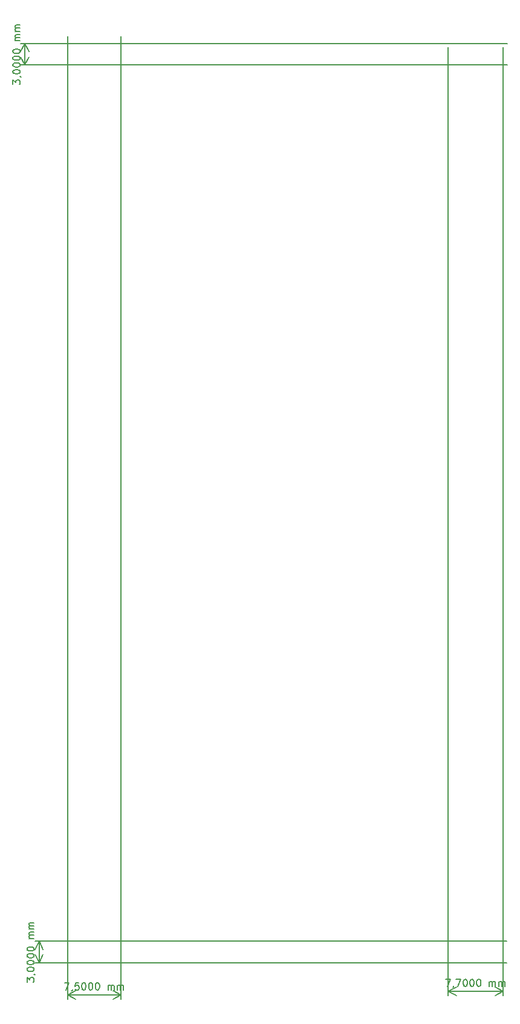
<source format=gbr>
%TF.GenerationSoftware,KiCad,Pcbnew,8.0.0*%
%TF.CreationDate,2024-05-14T17:12:12+02:00*%
%TF.ProjectId,VCO-3340-panel,56434f2d-3333-4343-902d-70616e656c2e,rev?*%
%TF.SameCoordinates,Original*%
%TF.FileFunction,Soldermask,Top*%
%TF.FilePolarity,Negative*%
%FSLAX46Y46*%
G04 Gerber Fmt 4.6, Leading zero omitted, Abs format (unit mm)*
G04 Created by KiCad (PCBNEW 8.0.0) date 2024-05-14 17:12:12*
%MOMM*%
%LPD*%
G01*
G04 APERTURE LIST*
%ADD10C,0.150000*%
G04 APERTURE END LIST*
D10*
X129560124Y-161010319D02*
X130226790Y-161010319D01*
X130226790Y-161010319D02*
X129798219Y-162010319D01*
X130655362Y-161962700D02*
X130655362Y-162010319D01*
X130655362Y-162010319D02*
X130607743Y-162105557D01*
X130607743Y-162105557D02*
X130560124Y-162153176D01*
X130988695Y-161010319D02*
X131655361Y-161010319D01*
X131655361Y-161010319D02*
X131226790Y-162010319D01*
X132226790Y-161010319D02*
X132322028Y-161010319D01*
X132322028Y-161010319D02*
X132417266Y-161057938D01*
X132417266Y-161057938D02*
X132464885Y-161105557D01*
X132464885Y-161105557D02*
X132512504Y-161200795D01*
X132512504Y-161200795D02*
X132560123Y-161391271D01*
X132560123Y-161391271D02*
X132560123Y-161629366D01*
X132560123Y-161629366D02*
X132512504Y-161819842D01*
X132512504Y-161819842D02*
X132464885Y-161915080D01*
X132464885Y-161915080D02*
X132417266Y-161962700D01*
X132417266Y-161962700D02*
X132322028Y-162010319D01*
X132322028Y-162010319D02*
X132226790Y-162010319D01*
X132226790Y-162010319D02*
X132131552Y-161962700D01*
X132131552Y-161962700D02*
X132083933Y-161915080D01*
X132083933Y-161915080D02*
X132036314Y-161819842D01*
X132036314Y-161819842D02*
X131988695Y-161629366D01*
X131988695Y-161629366D02*
X131988695Y-161391271D01*
X131988695Y-161391271D02*
X132036314Y-161200795D01*
X132036314Y-161200795D02*
X132083933Y-161105557D01*
X132083933Y-161105557D02*
X132131552Y-161057938D01*
X132131552Y-161057938D02*
X132226790Y-161010319D01*
X133179171Y-161010319D02*
X133274409Y-161010319D01*
X133274409Y-161010319D02*
X133369647Y-161057938D01*
X133369647Y-161057938D02*
X133417266Y-161105557D01*
X133417266Y-161105557D02*
X133464885Y-161200795D01*
X133464885Y-161200795D02*
X133512504Y-161391271D01*
X133512504Y-161391271D02*
X133512504Y-161629366D01*
X133512504Y-161629366D02*
X133464885Y-161819842D01*
X133464885Y-161819842D02*
X133417266Y-161915080D01*
X133417266Y-161915080D02*
X133369647Y-161962700D01*
X133369647Y-161962700D02*
X133274409Y-162010319D01*
X133274409Y-162010319D02*
X133179171Y-162010319D01*
X133179171Y-162010319D02*
X133083933Y-161962700D01*
X133083933Y-161962700D02*
X133036314Y-161915080D01*
X133036314Y-161915080D02*
X132988695Y-161819842D01*
X132988695Y-161819842D02*
X132941076Y-161629366D01*
X132941076Y-161629366D02*
X132941076Y-161391271D01*
X132941076Y-161391271D02*
X132988695Y-161200795D01*
X132988695Y-161200795D02*
X133036314Y-161105557D01*
X133036314Y-161105557D02*
X133083933Y-161057938D01*
X133083933Y-161057938D02*
X133179171Y-161010319D01*
X134131552Y-161010319D02*
X134226790Y-161010319D01*
X134226790Y-161010319D02*
X134322028Y-161057938D01*
X134322028Y-161057938D02*
X134369647Y-161105557D01*
X134369647Y-161105557D02*
X134417266Y-161200795D01*
X134417266Y-161200795D02*
X134464885Y-161391271D01*
X134464885Y-161391271D02*
X134464885Y-161629366D01*
X134464885Y-161629366D02*
X134417266Y-161819842D01*
X134417266Y-161819842D02*
X134369647Y-161915080D01*
X134369647Y-161915080D02*
X134322028Y-161962700D01*
X134322028Y-161962700D02*
X134226790Y-162010319D01*
X134226790Y-162010319D02*
X134131552Y-162010319D01*
X134131552Y-162010319D02*
X134036314Y-161962700D01*
X134036314Y-161962700D02*
X133988695Y-161915080D01*
X133988695Y-161915080D02*
X133941076Y-161819842D01*
X133941076Y-161819842D02*
X133893457Y-161629366D01*
X133893457Y-161629366D02*
X133893457Y-161391271D01*
X133893457Y-161391271D02*
X133941076Y-161200795D01*
X133941076Y-161200795D02*
X133988695Y-161105557D01*
X133988695Y-161105557D02*
X134036314Y-161057938D01*
X134036314Y-161057938D02*
X134131552Y-161010319D01*
X135655362Y-162010319D02*
X135655362Y-161343652D01*
X135655362Y-161438890D02*
X135702981Y-161391271D01*
X135702981Y-161391271D02*
X135798219Y-161343652D01*
X135798219Y-161343652D02*
X135941076Y-161343652D01*
X135941076Y-161343652D02*
X136036314Y-161391271D01*
X136036314Y-161391271D02*
X136083933Y-161486509D01*
X136083933Y-161486509D02*
X136083933Y-162010319D01*
X136083933Y-161486509D02*
X136131552Y-161391271D01*
X136131552Y-161391271D02*
X136226790Y-161343652D01*
X136226790Y-161343652D02*
X136369647Y-161343652D01*
X136369647Y-161343652D02*
X136464886Y-161391271D01*
X136464886Y-161391271D02*
X136512505Y-161486509D01*
X136512505Y-161486509D02*
X136512505Y-162010319D01*
X136988695Y-162010319D02*
X136988695Y-161343652D01*
X136988695Y-161438890D02*
X137036314Y-161391271D01*
X137036314Y-161391271D02*
X137131552Y-161343652D01*
X137131552Y-161343652D02*
X137274409Y-161343652D01*
X137274409Y-161343652D02*
X137369647Y-161391271D01*
X137369647Y-161391271D02*
X137417266Y-161486509D01*
X137417266Y-161486509D02*
X137417266Y-162010319D01*
X137417266Y-161486509D02*
X137464885Y-161391271D01*
X137464885Y-161391271D02*
X137560123Y-161343652D01*
X137560123Y-161343652D02*
X137702980Y-161343652D01*
X137702980Y-161343652D02*
X137798219Y-161391271D01*
X137798219Y-161391271D02*
X137845838Y-161486509D01*
X137845838Y-161486509D02*
X137845838Y-162010319D01*
X129900600Y-30705500D02*
X129900600Y-163291920D01*
X137600600Y-30705500D02*
X137600600Y-163291920D01*
X129900600Y-162705500D02*
X137600600Y-162705500D01*
X129900600Y-162705500D02*
X137600600Y-162705500D01*
X129900600Y-162705500D02*
X131027104Y-162119079D01*
X129900600Y-162705500D02*
X131027104Y-163291921D01*
X137600600Y-162705500D02*
X136474096Y-163291921D01*
X137600600Y-162705500D02*
X136474096Y-162119079D01*
X76160124Y-161510319D02*
X76826790Y-161510319D01*
X76826790Y-161510319D02*
X76398219Y-162510319D01*
X77255362Y-162462700D02*
X77255362Y-162510319D01*
X77255362Y-162510319D02*
X77207743Y-162605557D01*
X77207743Y-162605557D02*
X77160124Y-162653176D01*
X78160123Y-161510319D02*
X77683933Y-161510319D01*
X77683933Y-161510319D02*
X77636314Y-161986509D01*
X77636314Y-161986509D02*
X77683933Y-161938890D01*
X77683933Y-161938890D02*
X77779171Y-161891271D01*
X77779171Y-161891271D02*
X78017266Y-161891271D01*
X78017266Y-161891271D02*
X78112504Y-161938890D01*
X78112504Y-161938890D02*
X78160123Y-161986509D01*
X78160123Y-161986509D02*
X78207742Y-162081747D01*
X78207742Y-162081747D02*
X78207742Y-162319842D01*
X78207742Y-162319842D02*
X78160123Y-162415080D01*
X78160123Y-162415080D02*
X78112504Y-162462700D01*
X78112504Y-162462700D02*
X78017266Y-162510319D01*
X78017266Y-162510319D02*
X77779171Y-162510319D01*
X77779171Y-162510319D02*
X77683933Y-162462700D01*
X77683933Y-162462700D02*
X77636314Y-162415080D01*
X78826790Y-161510319D02*
X78922028Y-161510319D01*
X78922028Y-161510319D02*
X79017266Y-161557938D01*
X79017266Y-161557938D02*
X79064885Y-161605557D01*
X79064885Y-161605557D02*
X79112504Y-161700795D01*
X79112504Y-161700795D02*
X79160123Y-161891271D01*
X79160123Y-161891271D02*
X79160123Y-162129366D01*
X79160123Y-162129366D02*
X79112504Y-162319842D01*
X79112504Y-162319842D02*
X79064885Y-162415080D01*
X79064885Y-162415080D02*
X79017266Y-162462700D01*
X79017266Y-162462700D02*
X78922028Y-162510319D01*
X78922028Y-162510319D02*
X78826790Y-162510319D01*
X78826790Y-162510319D02*
X78731552Y-162462700D01*
X78731552Y-162462700D02*
X78683933Y-162415080D01*
X78683933Y-162415080D02*
X78636314Y-162319842D01*
X78636314Y-162319842D02*
X78588695Y-162129366D01*
X78588695Y-162129366D02*
X78588695Y-161891271D01*
X78588695Y-161891271D02*
X78636314Y-161700795D01*
X78636314Y-161700795D02*
X78683933Y-161605557D01*
X78683933Y-161605557D02*
X78731552Y-161557938D01*
X78731552Y-161557938D02*
X78826790Y-161510319D01*
X79779171Y-161510319D02*
X79874409Y-161510319D01*
X79874409Y-161510319D02*
X79969647Y-161557938D01*
X79969647Y-161557938D02*
X80017266Y-161605557D01*
X80017266Y-161605557D02*
X80064885Y-161700795D01*
X80064885Y-161700795D02*
X80112504Y-161891271D01*
X80112504Y-161891271D02*
X80112504Y-162129366D01*
X80112504Y-162129366D02*
X80064885Y-162319842D01*
X80064885Y-162319842D02*
X80017266Y-162415080D01*
X80017266Y-162415080D02*
X79969647Y-162462700D01*
X79969647Y-162462700D02*
X79874409Y-162510319D01*
X79874409Y-162510319D02*
X79779171Y-162510319D01*
X79779171Y-162510319D02*
X79683933Y-162462700D01*
X79683933Y-162462700D02*
X79636314Y-162415080D01*
X79636314Y-162415080D02*
X79588695Y-162319842D01*
X79588695Y-162319842D02*
X79541076Y-162129366D01*
X79541076Y-162129366D02*
X79541076Y-161891271D01*
X79541076Y-161891271D02*
X79588695Y-161700795D01*
X79588695Y-161700795D02*
X79636314Y-161605557D01*
X79636314Y-161605557D02*
X79683933Y-161557938D01*
X79683933Y-161557938D02*
X79779171Y-161510319D01*
X80731552Y-161510319D02*
X80826790Y-161510319D01*
X80826790Y-161510319D02*
X80922028Y-161557938D01*
X80922028Y-161557938D02*
X80969647Y-161605557D01*
X80969647Y-161605557D02*
X81017266Y-161700795D01*
X81017266Y-161700795D02*
X81064885Y-161891271D01*
X81064885Y-161891271D02*
X81064885Y-162129366D01*
X81064885Y-162129366D02*
X81017266Y-162319842D01*
X81017266Y-162319842D02*
X80969647Y-162415080D01*
X80969647Y-162415080D02*
X80922028Y-162462700D01*
X80922028Y-162462700D02*
X80826790Y-162510319D01*
X80826790Y-162510319D02*
X80731552Y-162510319D01*
X80731552Y-162510319D02*
X80636314Y-162462700D01*
X80636314Y-162462700D02*
X80588695Y-162415080D01*
X80588695Y-162415080D02*
X80541076Y-162319842D01*
X80541076Y-162319842D02*
X80493457Y-162129366D01*
X80493457Y-162129366D02*
X80493457Y-161891271D01*
X80493457Y-161891271D02*
X80541076Y-161700795D01*
X80541076Y-161700795D02*
X80588695Y-161605557D01*
X80588695Y-161605557D02*
X80636314Y-161557938D01*
X80636314Y-161557938D02*
X80731552Y-161510319D01*
X82255362Y-162510319D02*
X82255362Y-161843652D01*
X82255362Y-161938890D02*
X82302981Y-161891271D01*
X82302981Y-161891271D02*
X82398219Y-161843652D01*
X82398219Y-161843652D02*
X82541076Y-161843652D01*
X82541076Y-161843652D02*
X82636314Y-161891271D01*
X82636314Y-161891271D02*
X82683933Y-161986509D01*
X82683933Y-161986509D02*
X82683933Y-162510319D01*
X82683933Y-161986509D02*
X82731552Y-161891271D01*
X82731552Y-161891271D02*
X82826790Y-161843652D01*
X82826790Y-161843652D02*
X82969647Y-161843652D01*
X82969647Y-161843652D02*
X83064886Y-161891271D01*
X83064886Y-161891271D02*
X83112505Y-161986509D01*
X83112505Y-161986509D02*
X83112505Y-162510319D01*
X83588695Y-162510319D02*
X83588695Y-161843652D01*
X83588695Y-161938890D02*
X83636314Y-161891271D01*
X83636314Y-161891271D02*
X83731552Y-161843652D01*
X83731552Y-161843652D02*
X83874409Y-161843652D01*
X83874409Y-161843652D02*
X83969647Y-161891271D01*
X83969647Y-161891271D02*
X84017266Y-161986509D01*
X84017266Y-161986509D02*
X84017266Y-162510319D01*
X84017266Y-161986509D02*
X84064885Y-161891271D01*
X84064885Y-161891271D02*
X84160123Y-161843652D01*
X84160123Y-161843652D02*
X84302980Y-161843652D01*
X84302980Y-161843652D02*
X84398219Y-161891271D01*
X84398219Y-161891271D02*
X84445838Y-161986509D01*
X84445838Y-161986509D02*
X84445838Y-162510319D01*
X76600600Y-29205500D02*
X76600600Y-163791920D01*
X84100600Y-29205500D02*
X84100600Y-163791920D01*
X76600600Y-163205500D02*
X84100600Y-163205500D01*
X76600600Y-163205500D02*
X84100600Y-163205500D01*
X76600600Y-163205500D02*
X77727104Y-162619079D01*
X76600600Y-163205500D02*
X77727104Y-163791921D01*
X84100600Y-163205500D02*
X82974096Y-163791921D01*
X84100600Y-163205500D02*
X82974096Y-162619079D01*
X70905419Y-161395975D02*
X70905419Y-160776928D01*
X70905419Y-160776928D02*
X71286371Y-161110261D01*
X71286371Y-161110261D02*
X71286371Y-160967404D01*
X71286371Y-160967404D02*
X71333990Y-160872166D01*
X71333990Y-160872166D02*
X71381609Y-160824547D01*
X71381609Y-160824547D02*
X71476847Y-160776928D01*
X71476847Y-160776928D02*
X71714942Y-160776928D01*
X71714942Y-160776928D02*
X71810180Y-160824547D01*
X71810180Y-160824547D02*
X71857800Y-160872166D01*
X71857800Y-160872166D02*
X71905419Y-160967404D01*
X71905419Y-160967404D02*
X71905419Y-161253118D01*
X71905419Y-161253118D02*
X71857800Y-161348356D01*
X71857800Y-161348356D02*
X71810180Y-161395975D01*
X71857800Y-160300737D02*
X71905419Y-160300737D01*
X71905419Y-160300737D02*
X72000657Y-160348356D01*
X72000657Y-160348356D02*
X72048276Y-160395975D01*
X70905419Y-159681690D02*
X70905419Y-159586452D01*
X70905419Y-159586452D02*
X70953038Y-159491214D01*
X70953038Y-159491214D02*
X71000657Y-159443595D01*
X71000657Y-159443595D02*
X71095895Y-159395976D01*
X71095895Y-159395976D02*
X71286371Y-159348357D01*
X71286371Y-159348357D02*
X71524466Y-159348357D01*
X71524466Y-159348357D02*
X71714942Y-159395976D01*
X71714942Y-159395976D02*
X71810180Y-159443595D01*
X71810180Y-159443595D02*
X71857800Y-159491214D01*
X71857800Y-159491214D02*
X71905419Y-159586452D01*
X71905419Y-159586452D02*
X71905419Y-159681690D01*
X71905419Y-159681690D02*
X71857800Y-159776928D01*
X71857800Y-159776928D02*
X71810180Y-159824547D01*
X71810180Y-159824547D02*
X71714942Y-159872166D01*
X71714942Y-159872166D02*
X71524466Y-159919785D01*
X71524466Y-159919785D02*
X71286371Y-159919785D01*
X71286371Y-159919785D02*
X71095895Y-159872166D01*
X71095895Y-159872166D02*
X71000657Y-159824547D01*
X71000657Y-159824547D02*
X70953038Y-159776928D01*
X70953038Y-159776928D02*
X70905419Y-159681690D01*
X70905419Y-158729309D02*
X70905419Y-158634071D01*
X70905419Y-158634071D02*
X70953038Y-158538833D01*
X70953038Y-158538833D02*
X71000657Y-158491214D01*
X71000657Y-158491214D02*
X71095895Y-158443595D01*
X71095895Y-158443595D02*
X71286371Y-158395976D01*
X71286371Y-158395976D02*
X71524466Y-158395976D01*
X71524466Y-158395976D02*
X71714942Y-158443595D01*
X71714942Y-158443595D02*
X71810180Y-158491214D01*
X71810180Y-158491214D02*
X71857800Y-158538833D01*
X71857800Y-158538833D02*
X71905419Y-158634071D01*
X71905419Y-158634071D02*
X71905419Y-158729309D01*
X71905419Y-158729309D02*
X71857800Y-158824547D01*
X71857800Y-158824547D02*
X71810180Y-158872166D01*
X71810180Y-158872166D02*
X71714942Y-158919785D01*
X71714942Y-158919785D02*
X71524466Y-158967404D01*
X71524466Y-158967404D02*
X71286371Y-158967404D01*
X71286371Y-158967404D02*
X71095895Y-158919785D01*
X71095895Y-158919785D02*
X71000657Y-158872166D01*
X71000657Y-158872166D02*
X70953038Y-158824547D01*
X70953038Y-158824547D02*
X70905419Y-158729309D01*
X70905419Y-157776928D02*
X70905419Y-157681690D01*
X70905419Y-157681690D02*
X70953038Y-157586452D01*
X70953038Y-157586452D02*
X71000657Y-157538833D01*
X71000657Y-157538833D02*
X71095895Y-157491214D01*
X71095895Y-157491214D02*
X71286371Y-157443595D01*
X71286371Y-157443595D02*
X71524466Y-157443595D01*
X71524466Y-157443595D02*
X71714942Y-157491214D01*
X71714942Y-157491214D02*
X71810180Y-157538833D01*
X71810180Y-157538833D02*
X71857800Y-157586452D01*
X71857800Y-157586452D02*
X71905419Y-157681690D01*
X71905419Y-157681690D02*
X71905419Y-157776928D01*
X71905419Y-157776928D02*
X71857800Y-157872166D01*
X71857800Y-157872166D02*
X71810180Y-157919785D01*
X71810180Y-157919785D02*
X71714942Y-157967404D01*
X71714942Y-157967404D02*
X71524466Y-158015023D01*
X71524466Y-158015023D02*
X71286371Y-158015023D01*
X71286371Y-158015023D02*
X71095895Y-157967404D01*
X71095895Y-157967404D02*
X71000657Y-157919785D01*
X71000657Y-157919785D02*
X70953038Y-157872166D01*
X70953038Y-157872166D02*
X70905419Y-157776928D01*
X70905419Y-156824547D02*
X70905419Y-156729309D01*
X70905419Y-156729309D02*
X70953038Y-156634071D01*
X70953038Y-156634071D02*
X71000657Y-156586452D01*
X71000657Y-156586452D02*
X71095895Y-156538833D01*
X71095895Y-156538833D02*
X71286371Y-156491214D01*
X71286371Y-156491214D02*
X71524466Y-156491214D01*
X71524466Y-156491214D02*
X71714942Y-156538833D01*
X71714942Y-156538833D02*
X71810180Y-156586452D01*
X71810180Y-156586452D02*
X71857800Y-156634071D01*
X71857800Y-156634071D02*
X71905419Y-156729309D01*
X71905419Y-156729309D02*
X71905419Y-156824547D01*
X71905419Y-156824547D02*
X71857800Y-156919785D01*
X71857800Y-156919785D02*
X71810180Y-156967404D01*
X71810180Y-156967404D02*
X71714942Y-157015023D01*
X71714942Y-157015023D02*
X71524466Y-157062642D01*
X71524466Y-157062642D02*
X71286371Y-157062642D01*
X71286371Y-157062642D02*
X71095895Y-157015023D01*
X71095895Y-157015023D02*
X71000657Y-156967404D01*
X71000657Y-156967404D02*
X70953038Y-156919785D01*
X70953038Y-156919785D02*
X70905419Y-156824547D01*
X71905419Y-155300737D02*
X71238752Y-155300737D01*
X71333990Y-155300737D02*
X71286371Y-155253118D01*
X71286371Y-155253118D02*
X71238752Y-155157880D01*
X71238752Y-155157880D02*
X71238752Y-155015023D01*
X71238752Y-155015023D02*
X71286371Y-154919785D01*
X71286371Y-154919785D02*
X71381609Y-154872166D01*
X71381609Y-154872166D02*
X71905419Y-154872166D01*
X71381609Y-154872166D02*
X71286371Y-154824547D01*
X71286371Y-154824547D02*
X71238752Y-154729309D01*
X71238752Y-154729309D02*
X71238752Y-154586452D01*
X71238752Y-154586452D02*
X71286371Y-154491213D01*
X71286371Y-154491213D02*
X71381609Y-154443594D01*
X71381609Y-154443594D02*
X71905419Y-154443594D01*
X71905419Y-153967404D02*
X71238752Y-153967404D01*
X71333990Y-153967404D02*
X71286371Y-153919785D01*
X71286371Y-153919785D02*
X71238752Y-153824547D01*
X71238752Y-153824547D02*
X71238752Y-153681690D01*
X71238752Y-153681690D02*
X71286371Y-153586452D01*
X71286371Y-153586452D02*
X71381609Y-153538833D01*
X71381609Y-153538833D02*
X71905419Y-153538833D01*
X71381609Y-153538833D02*
X71286371Y-153491214D01*
X71286371Y-153491214D02*
X71238752Y-153395976D01*
X71238752Y-153395976D02*
X71238752Y-153253119D01*
X71238752Y-153253119D02*
X71286371Y-153157880D01*
X71286371Y-153157880D02*
X71381609Y-153110261D01*
X71381609Y-153110261D02*
X71905419Y-153110261D01*
X138100600Y-158705500D02*
X72014180Y-158705500D01*
X138100600Y-155705500D02*
X72014180Y-155705500D01*
X72600600Y-158705500D02*
X72600600Y-155705500D01*
X72600600Y-158705500D02*
X72600600Y-155705500D01*
X72600600Y-158705500D02*
X72014179Y-157578996D01*
X72600600Y-158705500D02*
X73187021Y-157578996D01*
X72600600Y-155705500D02*
X73187021Y-156832004D01*
X72600600Y-155705500D02*
X72014179Y-156832004D01*
X68945419Y-35895975D02*
X68945419Y-35276928D01*
X68945419Y-35276928D02*
X69326371Y-35610261D01*
X69326371Y-35610261D02*
X69326371Y-35467404D01*
X69326371Y-35467404D02*
X69373990Y-35372166D01*
X69373990Y-35372166D02*
X69421609Y-35324547D01*
X69421609Y-35324547D02*
X69516847Y-35276928D01*
X69516847Y-35276928D02*
X69754942Y-35276928D01*
X69754942Y-35276928D02*
X69850180Y-35324547D01*
X69850180Y-35324547D02*
X69897800Y-35372166D01*
X69897800Y-35372166D02*
X69945419Y-35467404D01*
X69945419Y-35467404D02*
X69945419Y-35753118D01*
X69945419Y-35753118D02*
X69897800Y-35848356D01*
X69897800Y-35848356D02*
X69850180Y-35895975D01*
X69897800Y-34800737D02*
X69945419Y-34800737D01*
X69945419Y-34800737D02*
X70040657Y-34848356D01*
X70040657Y-34848356D02*
X70088276Y-34895975D01*
X68945419Y-34181690D02*
X68945419Y-34086452D01*
X68945419Y-34086452D02*
X68993038Y-33991214D01*
X68993038Y-33991214D02*
X69040657Y-33943595D01*
X69040657Y-33943595D02*
X69135895Y-33895976D01*
X69135895Y-33895976D02*
X69326371Y-33848357D01*
X69326371Y-33848357D02*
X69564466Y-33848357D01*
X69564466Y-33848357D02*
X69754942Y-33895976D01*
X69754942Y-33895976D02*
X69850180Y-33943595D01*
X69850180Y-33943595D02*
X69897800Y-33991214D01*
X69897800Y-33991214D02*
X69945419Y-34086452D01*
X69945419Y-34086452D02*
X69945419Y-34181690D01*
X69945419Y-34181690D02*
X69897800Y-34276928D01*
X69897800Y-34276928D02*
X69850180Y-34324547D01*
X69850180Y-34324547D02*
X69754942Y-34372166D01*
X69754942Y-34372166D02*
X69564466Y-34419785D01*
X69564466Y-34419785D02*
X69326371Y-34419785D01*
X69326371Y-34419785D02*
X69135895Y-34372166D01*
X69135895Y-34372166D02*
X69040657Y-34324547D01*
X69040657Y-34324547D02*
X68993038Y-34276928D01*
X68993038Y-34276928D02*
X68945419Y-34181690D01*
X68945419Y-33229309D02*
X68945419Y-33134071D01*
X68945419Y-33134071D02*
X68993038Y-33038833D01*
X68993038Y-33038833D02*
X69040657Y-32991214D01*
X69040657Y-32991214D02*
X69135895Y-32943595D01*
X69135895Y-32943595D02*
X69326371Y-32895976D01*
X69326371Y-32895976D02*
X69564466Y-32895976D01*
X69564466Y-32895976D02*
X69754942Y-32943595D01*
X69754942Y-32943595D02*
X69850180Y-32991214D01*
X69850180Y-32991214D02*
X69897800Y-33038833D01*
X69897800Y-33038833D02*
X69945419Y-33134071D01*
X69945419Y-33134071D02*
X69945419Y-33229309D01*
X69945419Y-33229309D02*
X69897800Y-33324547D01*
X69897800Y-33324547D02*
X69850180Y-33372166D01*
X69850180Y-33372166D02*
X69754942Y-33419785D01*
X69754942Y-33419785D02*
X69564466Y-33467404D01*
X69564466Y-33467404D02*
X69326371Y-33467404D01*
X69326371Y-33467404D02*
X69135895Y-33419785D01*
X69135895Y-33419785D02*
X69040657Y-33372166D01*
X69040657Y-33372166D02*
X68993038Y-33324547D01*
X68993038Y-33324547D02*
X68945419Y-33229309D01*
X68945419Y-32276928D02*
X68945419Y-32181690D01*
X68945419Y-32181690D02*
X68993038Y-32086452D01*
X68993038Y-32086452D02*
X69040657Y-32038833D01*
X69040657Y-32038833D02*
X69135895Y-31991214D01*
X69135895Y-31991214D02*
X69326371Y-31943595D01*
X69326371Y-31943595D02*
X69564466Y-31943595D01*
X69564466Y-31943595D02*
X69754942Y-31991214D01*
X69754942Y-31991214D02*
X69850180Y-32038833D01*
X69850180Y-32038833D02*
X69897800Y-32086452D01*
X69897800Y-32086452D02*
X69945419Y-32181690D01*
X69945419Y-32181690D02*
X69945419Y-32276928D01*
X69945419Y-32276928D02*
X69897800Y-32372166D01*
X69897800Y-32372166D02*
X69850180Y-32419785D01*
X69850180Y-32419785D02*
X69754942Y-32467404D01*
X69754942Y-32467404D02*
X69564466Y-32515023D01*
X69564466Y-32515023D02*
X69326371Y-32515023D01*
X69326371Y-32515023D02*
X69135895Y-32467404D01*
X69135895Y-32467404D02*
X69040657Y-32419785D01*
X69040657Y-32419785D02*
X68993038Y-32372166D01*
X68993038Y-32372166D02*
X68945419Y-32276928D01*
X68945419Y-31324547D02*
X68945419Y-31229309D01*
X68945419Y-31229309D02*
X68993038Y-31134071D01*
X68993038Y-31134071D02*
X69040657Y-31086452D01*
X69040657Y-31086452D02*
X69135895Y-31038833D01*
X69135895Y-31038833D02*
X69326371Y-30991214D01*
X69326371Y-30991214D02*
X69564466Y-30991214D01*
X69564466Y-30991214D02*
X69754942Y-31038833D01*
X69754942Y-31038833D02*
X69850180Y-31086452D01*
X69850180Y-31086452D02*
X69897800Y-31134071D01*
X69897800Y-31134071D02*
X69945419Y-31229309D01*
X69945419Y-31229309D02*
X69945419Y-31324547D01*
X69945419Y-31324547D02*
X69897800Y-31419785D01*
X69897800Y-31419785D02*
X69850180Y-31467404D01*
X69850180Y-31467404D02*
X69754942Y-31515023D01*
X69754942Y-31515023D02*
X69564466Y-31562642D01*
X69564466Y-31562642D02*
X69326371Y-31562642D01*
X69326371Y-31562642D02*
X69135895Y-31515023D01*
X69135895Y-31515023D02*
X69040657Y-31467404D01*
X69040657Y-31467404D02*
X68993038Y-31419785D01*
X68993038Y-31419785D02*
X68945419Y-31324547D01*
X69945419Y-29800737D02*
X69278752Y-29800737D01*
X69373990Y-29800737D02*
X69326371Y-29753118D01*
X69326371Y-29753118D02*
X69278752Y-29657880D01*
X69278752Y-29657880D02*
X69278752Y-29515023D01*
X69278752Y-29515023D02*
X69326371Y-29419785D01*
X69326371Y-29419785D02*
X69421609Y-29372166D01*
X69421609Y-29372166D02*
X69945419Y-29372166D01*
X69421609Y-29372166D02*
X69326371Y-29324547D01*
X69326371Y-29324547D02*
X69278752Y-29229309D01*
X69278752Y-29229309D02*
X69278752Y-29086452D01*
X69278752Y-29086452D02*
X69326371Y-28991213D01*
X69326371Y-28991213D02*
X69421609Y-28943594D01*
X69421609Y-28943594D02*
X69945419Y-28943594D01*
X69945419Y-28467404D02*
X69278752Y-28467404D01*
X69373990Y-28467404D02*
X69326371Y-28419785D01*
X69326371Y-28419785D02*
X69278752Y-28324547D01*
X69278752Y-28324547D02*
X69278752Y-28181690D01*
X69278752Y-28181690D02*
X69326371Y-28086452D01*
X69326371Y-28086452D02*
X69421609Y-28038833D01*
X69421609Y-28038833D02*
X69945419Y-28038833D01*
X69421609Y-28038833D02*
X69326371Y-27991214D01*
X69326371Y-27991214D02*
X69278752Y-27895976D01*
X69278752Y-27895976D02*
X69278752Y-27753119D01*
X69278752Y-27753119D02*
X69326371Y-27657880D01*
X69326371Y-27657880D02*
X69421609Y-27610261D01*
X69421609Y-27610261D02*
X69945419Y-27610261D01*
X138140600Y-30205500D02*
X70054180Y-30205500D01*
X138140600Y-33205500D02*
X70054180Y-33205500D01*
X70640600Y-30205500D02*
X70640600Y-33205500D01*
X70640600Y-30205500D02*
X70640600Y-33205500D01*
X70640600Y-30205500D02*
X71227021Y-31332004D01*
X70640600Y-30205500D02*
X70054179Y-31332004D01*
X70640600Y-33205500D02*
X70054179Y-32078996D01*
X70640600Y-33205500D02*
X71227021Y-32078996D01*
M02*

</source>
